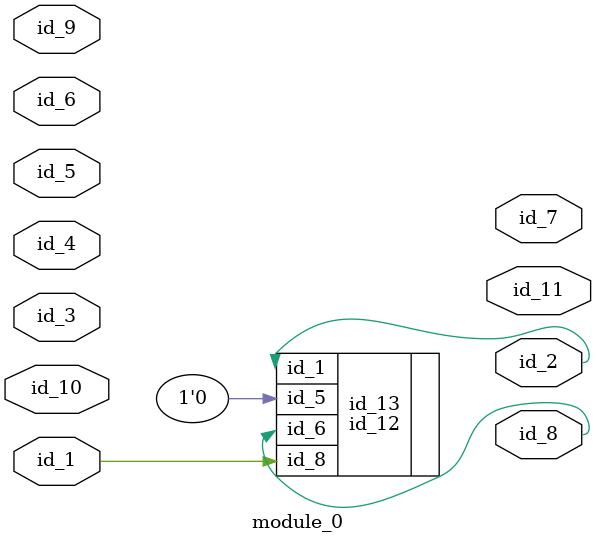
<source format=v>
module module_0 (
    id_1,
    id_2,
    id_3,
    id_4,
    id_5,
    id_6,
    id_7,
    id_8,
    id_9,
    id_10,
    id_11
);
  output id_11;
  input id_10;
  input id_9;
  output id_8;
  output id_7;
  input id_6;
  input id_5;
  input id_4;
  input id_3;
  output id_2;
  input id_1;
  id_12 id_13 (
      .id_5(id_10),
      .id_5(1'h0),
      .id_1(id_2),
      .id_6(id_8),
      .id_8(id_1)
  );
endmodule

</source>
